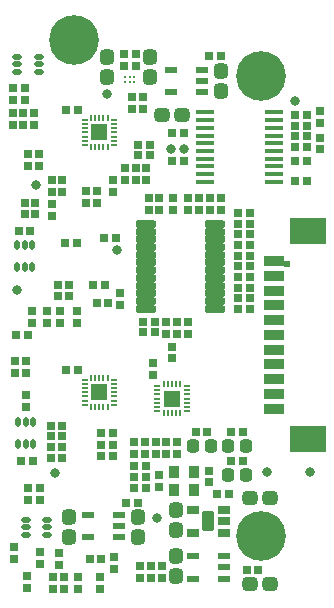
<source format=gbr>
G04*
G04 #@! TF.GenerationSoftware,Altium Limited,Altium Designer,24.9.1 (31)*
G04*
G04 Layer_Color=8388736*
%FSLAX44Y44*%
%MOMM*%
G71*
G04*
G04 #@! TF.SameCoordinates,F6C7D1B7-5E70-41A8-93A8-01C2B61895AE*
G04*
G04*
G04 #@! TF.FilePolarity,Negative*
G04*
G01*
G75*
%ADD17C,0.2000*%
G04:AMPARAMS|DCode=18|XSize=1.5mm|YSize=0.4mm|CornerRadius=0.1mm|HoleSize=0mm|Usage=FLASHONLY|Rotation=0.000|XOffset=0mm|YOffset=0mm|HoleType=Round|Shape=RoundedRectangle|*
%AMROUNDEDRECTD18*
21,1,1.5000,0.2000,0,0,0.0*
21,1,1.3000,0.4000,0,0,0.0*
1,1,0.2000,0.6500,-0.1000*
1,1,0.2000,-0.6500,-0.1000*
1,1,0.2000,-0.6500,0.1000*
1,1,0.2000,0.6500,0.1000*
%
%ADD18ROUNDEDRECTD18*%
G04:AMPARAMS|DCode=20|XSize=1.1mm|YSize=0.6mm|CornerRadius=0.05mm|HoleSize=0mm|Usage=FLASHONLY|Rotation=180.000|XOffset=0mm|YOffset=0mm|HoleType=Round|Shape=RoundedRectangle|*
%AMROUNDEDRECTD20*
21,1,1.1000,0.5000,0,0,180.0*
21,1,1.0000,0.6000,0,0,180.0*
1,1,0.1000,-0.5000,0.2500*
1,1,0.1000,0.5000,0.2500*
1,1,0.1000,0.5000,-0.2500*
1,1,0.1000,-0.5000,-0.2500*
%
%ADD20ROUNDEDRECTD20*%
G04:AMPARAMS|DCode=21|XSize=0.975mm|YSize=1.7mm|CornerRadius=0.05mm|HoleSize=0mm|Usage=FLASHONLY|Rotation=180.000|XOffset=0mm|YOffset=0mm|HoleType=Round|Shape=RoundedRectangle|*
%AMROUNDEDRECTD21*
21,1,0.9750,1.6000,0,0,180.0*
21,1,0.8750,1.7000,0,0,180.0*
1,1,0.1000,-0.4375,0.8000*
1,1,0.1000,0.4375,0.8000*
1,1,0.1000,0.4375,-0.8000*
1,1,0.1000,-0.4375,-0.8000*
%
%ADD21ROUNDEDRECTD21*%
%ADD22R,1.1000X0.6000*%
%ADD24R,0.1778X0.6096*%
%ADD25R,0.6096X0.1778*%
%ADD26R,1.4478X1.4478*%
G04:AMPARAMS|DCode=32|XSize=1.3032mm|YSize=1.2032mm|CornerRadius=0.3516mm|HoleSize=0mm|Usage=FLASHONLY|Rotation=180.000|XOffset=0mm|YOffset=0mm|HoleType=Round|Shape=RoundedRectangle|*
%AMROUNDEDRECTD32*
21,1,1.3032,0.5000,0,0,180.0*
21,1,0.6000,1.2032,0,0,180.0*
1,1,0.7032,-0.3000,0.2500*
1,1,0.7032,0.3000,0.2500*
1,1,0.7032,0.3000,-0.2500*
1,1,0.7032,-0.3000,-0.2500*
%
%ADD32ROUNDEDRECTD32*%
G04:AMPARAMS|DCode=33|XSize=0.75mm|YSize=0.7mm|CornerRadius=0.2mm|HoleSize=0mm|Usage=FLASHONLY|Rotation=180.000|XOffset=0mm|YOffset=0mm|HoleType=Round|Shape=RoundedRectangle|*
%AMROUNDEDRECTD33*
21,1,0.7500,0.3000,0,0,180.0*
21,1,0.3500,0.7000,0,0,180.0*
1,1,0.4000,-0.1750,0.1500*
1,1,0.4000,0.1750,0.1500*
1,1,0.4000,0.1750,-0.1500*
1,1,0.4000,-0.1750,-0.1500*
%
%ADD33ROUNDEDRECTD33*%
G04:AMPARAMS|DCode=34|XSize=0.75mm|YSize=0.7mm|CornerRadius=0.2mm|HoleSize=0mm|Usage=FLASHONLY|Rotation=90.000|XOffset=0mm|YOffset=0mm|HoleType=Round|Shape=RoundedRectangle|*
%AMROUNDEDRECTD34*
21,1,0.7500,0.3000,0,0,90.0*
21,1,0.3500,0.7000,0,0,90.0*
1,1,0.4000,0.1500,0.1750*
1,1,0.4000,0.1500,-0.1750*
1,1,0.4000,-0.1500,-0.1750*
1,1,0.4000,-0.1500,0.1750*
%
%ADD34ROUNDEDRECTD34*%
G04:AMPARAMS|DCode=35|XSize=1.3032mm|YSize=1.2032mm|CornerRadius=0.3516mm|HoleSize=0mm|Usage=FLASHONLY|Rotation=90.000|XOffset=0mm|YOffset=0mm|HoleType=Round|Shape=RoundedRectangle|*
%AMROUNDEDRECTD35*
21,1,1.3032,0.5000,0,0,90.0*
21,1,0.6000,1.2032,0,0,90.0*
1,1,0.7032,0.2500,0.3000*
1,1,0.7032,0.2500,-0.3000*
1,1,0.7032,-0.2500,-0.3000*
1,1,0.7032,-0.2500,0.3000*
%
%ADD35ROUNDEDRECTD35*%
G04:AMPARAMS|DCode=36|XSize=1.7032mm|YSize=0.6532mm|CornerRadius=0.2141mm|HoleSize=0mm|Usage=FLASHONLY|Rotation=0.000|XOffset=0mm|YOffset=0mm|HoleType=Round|Shape=RoundedRectangle|*
%AMROUNDEDRECTD36*
21,1,1.7032,0.2250,0,0,0.0*
21,1,1.2750,0.6532,0,0,0.0*
1,1,0.4282,0.6375,-0.1125*
1,1,0.4282,-0.6375,-0.1125*
1,1,0.4282,-0.6375,0.1125*
1,1,0.4282,0.6375,0.1125*
%
%ADD36ROUNDEDRECTD36*%
G04:AMPARAMS|DCode=37|XSize=1.1532mm|YSize=1.0532mm|CornerRadius=0.3141mm|HoleSize=0mm|Usage=FLASHONLY|Rotation=90.000|XOffset=0mm|YOffset=0mm|HoleType=Round|Shape=RoundedRectangle|*
%AMROUNDEDRECTD37*
21,1,1.1532,0.4250,0,0,90.0*
21,1,0.5250,1.0532,0,0,90.0*
1,1,0.6282,0.2125,0.2625*
1,1,0.6282,0.2125,-0.2625*
1,1,0.6282,-0.2125,-0.2625*
1,1,0.6282,-0.2125,0.2625*
%
%ADD37ROUNDEDRECTD37*%
G04:AMPARAMS|DCode=38|XSize=0.5032mm|YSize=0.8632mm|CornerRadius=0.1766mm|HoleSize=0mm|Usage=FLASHONLY|Rotation=270.000|XOffset=0mm|YOffset=0mm|HoleType=Round|Shape=RoundedRectangle|*
%AMROUNDEDRECTD38*
21,1,0.5032,0.5100,0,0,270.0*
21,1,0.1500,0.8632,0,0,270.0*
1,1,0.3532,-0.2550,-0.0750*
1,1,0.3532,-0.2550,0.0750*
1,1,0.3532,0.2550,0.0750*
1,1,0.3532,0.2550,-0.0750*
%
%ADD38ROUNDEDRECTD38*%
G04:AMPARAMS|DCode=39|XSize=0.5032mm|YSize=0.8632mm|CornerRadius=0.1766mm|HoleSize=0mm|Usage=FLASHONLY|Rotation=0.000|XOffset=0mm|YOffset=0mm|HoleType=Round|Shape=RoundedRectangle|*
%AMROUNDEDRECTD39*
21,1,0.5032,0.5100,0,0,0.0*
21,1,0.1500,0.8632,0,0,0.0*
1,1,0.3532,0.0750,-0.2550*
1,1,0.3532,-0.0750,-0.2550*
1,1,0.3532,-0.0750,0.2550*
1,1,0.3532,0.0750,0.2550*
%
%ADD39ROUNDEDRECTD39*%
%ADD40R,0.8532X1.0532*%
%ADD41R,1.7524X0.9524*%
%ADD42R,3.1524X2.2524*%
%ADD43C,0.8000*%
%ADD44C,4.2032*%
%ADD45C,0.6032*%
D17*
X104000Y438000D02*
D03*
X100000Y434000D02*
D03*
X104000D02*
D03*
X100000Y438000D02*
D03*
X108000D02*
D03*
Y434000D02*
D03*
D18*
X226000Y408250D02*
D03*
Y401750D02*
D03*
Y395250D02*
D03*
Y388750D02*
D03*
Y382250D02*
D03*
Y375750D02*
D03*
Y369250D02*
D03*
Y362750D02*
D03*
Y356250D02*
D03*
Y349750D02*
D03*
X168000Y356250D02*
D03*
Y362750D02*
D03*
Y369250D02*
D03*
Y375750D02*
D03*
Y382250D02*
D03*
Y388750D02*
D03*
Y349750D02*
D03*
Y395250D02*
D03*
Y401750D02*
D03*
Y408250D02*
D03*
D20*
X184000Y71500D02*
D03*
X158000D02*
D03*
Y52500D02*
D03*
X184000D02*
D03*
Y62000D02*
D03*
D21*
X170375D02*
D03*
D22*
X165000Y435000D02*
D03*
X184000Y23000D02*
D03*
X95000Y58000D02*
D03*
X184000Y13500D02*
D03*
X95000Y48500D02*
D03*
X165000Y425500D02*
D03*
X158000Y13500D02*
D03*
X139000Y425500D02*
D03*
Y444500D02*
D03*
X165000D02*
D03*
X158000Y32500D02*
D03*
X184000D02*
D03*
X95000Y67500D02*
D03*
X69000D02*
D03*
Y48500D02*
D03*
D24*
X147000Y153500D02*
D03*
X85300Y158800D02*
D03*
Y378800D02*
D03*
Y403800D02*
D03*
Y183800D02*
D03*
X147000Y178500D02*
D03*
X71300Y183800D02*
D03*
X74800D02*
D03*
X78300D02*
D03*
X81800D02*
D03*
Y158800D02*
D03*
X78300D02*
D03*
X74800D02*
D03*
X71300D02*
D03*
X133000Y178500D02*
D03*
X136500D02*
D03*
X140000D02*
D03*
X143500D02*
D03*
Y153500D02*
D03*
X140000D02*
D03*
X136500D02*
D03*
X133000D02*
D03*
X71300Y403800D02*
D03*
X74800D02*
D03*
X78300D02*
D03*
X81800D02*
D03*
Y378800D02*
D03*
X78300D02*
D03*
X74800D02*
D03*
X71300D02*
D03*
D25*
X152500Y166000D02*
D03*
X127500D02*
D03*
Y155500D02*
D03*
X90800Y171300D02*
D03*
X65800D02*
D03*
Y160800D02*
D03*
X90800Y391300D02*
D03*
X65800D02*
D03*
Y380800D02*
D03*
X127500Y176500D02*
D03*
X65800Y181800D02*
D03*
Y401800D02*
D03*
Y164300D02*
D03*
Y167800D02*
D03*
Y174800D02*
D03*
Y178300D02*
D03*
X90800Y181800D02*
D03*
Y178300D02*
D03*
Y174800D02*
D03*
Y167800D02*
D03*
Y164300D02*
D03*
Y160800D02*
D03*
X127500Y159000D02*
D03*
Y162500D02*
D03*
Y169500D02*
D03*
Y173000D02*
D03*
X152500Y176500D02*
D03*
Y173000D02*
D03*
Y169500D02*
D03*
Y162500D02*
D03*
Y159000D02*
D03*
Y155500D02*
D03*
X65800Y384300D02*
D03*
Y387800D02*
D03*
Y394800D02*
D03*
Y398300D02*
D03*
X90800Y401800D02*
D03*
Y398300D02*
D03*
Y394800D02*
D03*
Y387800D02*
D03*
Y384300D02*
D03*
Y380800D02*
D03*
D26*
X140000Y166000D02*
D03*
X78300Y171300D02*
D03*
Y391300D02*
D03*
D32*
X148500Y406000D02*
D03*
X131500D02*
D03*
X205500Y82000D02*
D03*
X222500D02*
D03*
Y9000D02*
D03*
X205500D02*
D03*
D33*
X12000Y113000D02*
D03*
X22000D02*
D03*
X188000Y85000D02*
D03*
X178000D02*
D03*
X171000Y456000D02*
D03*
X181000D02*
D03*
X111000Y78000D02*
D03*
X101000D02*
D03*
X213000Y21000D02*
D03*
X203000D02*
D03*
X140000Y391000D02*
D03*
X150000D02*
D03*
X80000Y117000D02*
D03*
X90000D02*
D03*
X140000Y367000D02*
D03*
X150000D02*
D03*
X53000Y262000D02*
D03*
X43000D02*
D03*
X83250D02*
D03*
X73250D02*
D03*
X244000Y350000D02*
D03*
X254000D02*
D03*
X254000Y367000D02*
D03*
X244000D02*
D03*
X254000Y379000D02*
D03*
X244000D02*
D03*
X90000Y126600D02*
D03*
X80000D02*
D03*
X200000Y113000D02*
D03*
X190000D02*
D03*
X159750Y138000D02*
D03*
X169750D02*
D03*
X190000Y138000D02*
D03*
X200000D02*
D03*
X206000Y242000D02*
D03*
X196000D02*
D03*
Y251000D02*
D03*
X206000D02*
D03*
Y269000D02*
D03*
X196000D02*
D03*
Y278000D02*
D03*
X206000D02*
D03*
Y305000D02*
D03*
X196000D02*
D03*
Y314000D02*
D03*
X206000D02*
D03*
Y260000D02*
D03*
X196000D02*
D03*
Y287000D02*
D03*
X206000D02*
D03*
Y296000D02*
D03*
X196000D02*
D03*
Y323000D02*
D03*
X206000D02*
D03*
X244000Y397000D02*
D03*
X254000D02*
D03*
Y388000D02*
D03*
X244000D02*
D03*
X18000Y220000D02*
D03*
X8000D02*
D03*
X118000Y100000D02*
D03*
X108000D02*
D03*
X118000Y109000D02*
D03*
X108000D02*
D03*
X37000Y134000D02*
D03*
X47000D02*
D03*
X125250Y231000D02*
D03*
X115250D02*
D03*
X125250Y222000D02*
D03*
X115250D02*
D03*
X47000Y125000D02*
D03*
X37000D02*
D03*
X59000Y298000D02*
D03*
X49000D02*
D03*
X111000Y381000D02*
D03*
X121000D02*
D03*
X37000Y116000D02*
D03*
X47000D02*
D03*
X111000Y372000D02*
D03*
X121000D02*
D03*
X118000Y90000D02*
D03*
X108000D02*
D03*
X80000Y30000D02*
D03*
X70000D02*
D03*
X47000Y143000D02*
D03*
X37000D02*
D03*
X90000Y137000D02*
D03*
X80000D02*
D03*
X76000Y247000D02*
D03*
X86000D02*
D03*
X53000Y253000D02*
D03*
X43000D02*
D03*
X92000Y302000D02*
D03*
X82000D02*
D03*
X60000Y410000D02*
D03*
X50000D02*
D03*
Y190000D02*
D03*
X60000D02*
D03*
X10000Y308000D02*
D03*
X20000D02*
D03*
X244000Y406000D02*
D03*
X254000D02*
D03*
D34*
X24000Y322000D02*
D03*
Y332000D02*
D03*
X15000Y419000D02*
D03*
Y429000D02*
D03*
X171000Y105000D02*
D03*
Y95000D02*
D03*
X99000Y448000D02*
D03*
Y458000D02*
D03*
X265000Y409250D02*
D03*
Y399250D02*
D03*
Y387000D02*
D03*
Y377000D02*
D03*
X60000Y5000D02*
D03*
Y15000D02*
D03*
X79000D02*
D03*
Y5000D02*
D03*
X76000Y332000D02*
D03*
Y342000D02*
D03*
X67000D02*
D03*
Y332000D02*
D03*
X129000Y326000D02*
D03*
Y336000D02*
D03*
X172000D02*
D03*
Y326000D02*
D03*
X163000D02*
D03*
Y336000D02*
D03*
X153000Y326000D02*
D03*
Y336000D02*
D03*
X18000Y80000D02*
D03*
Y90000D02*
D03*
X44000Y25000D02*
D03*
Y35000D02*
D03*
X131000Y24000D02*
D03*
Y14000D02*
D03*
X17000Y16000D02*
D03*
Y6000D02*
D03*
X7000Y198000D02*
D03*
Y188000D02*
D03*
X144000Y129000D02*
D03*
Y119000D02*
D03*
X45000Y230000D02*
D03*
Y240000D02*
D03*
X15000Y322000D02*
D03*
Y332000D02*
D03*
X120000Y336000D02*
D03*
Y326000D02*
D03*
X21000Y240000D02*
D03*
Y230000D02*
D03*
X153000Y231000D02*
D03*
Y221000D02*
D03*
X14000Y398000D02*
D03*
Y408000D02*
D03*
X5000D02*
D03*
Y398000D02*
D03*
X18000Y363000D02*
D03*
Y373000D02*
D03*
X47000Y341000D02*
D03*
Y351000D02*
D03*
X106000Y421000D02*
D03*
Y411000D02*
D03*
X117000Y129000D02*
D03*
Y119000D02*
D03*
X108000D02*
D03*
Y129000D02*
D03*
X144000Y231000D02*
D03*
Y221000D02*
D03*
X34000Y230000D02*
D03*
Y240000D02*
D03*
X59000D02*
D03*
Y230000D02*
D03*
X96000Y255000D02*
D03*
Y245000D02*
D03*
X38000Y351000D02*
D03*
Y341000D02*
D03*
X109000Y351000D02*
D03*
Y361000D02*
D03*
X100000D02*
D03*
Y351000D02*
D03*
X135000Y129000D02*
D03*
Y119000D02*
D03*
X28000Y90000D02*
D03*
Y80000D02*
D03*
X113000Y14000D02*
D03*
Y24000D02*
D03*
X28300Y36300D02*
D03*
Y26300D02*
D03*
X126000Y119000D02*
D03*
Y129000D02*
D03*
X16000Y188000D02*
D03*
Y198000D02*
D03*
X140000Y200000D02*
D03*
Y210000D02*
D03*
X135000Y221000D02*
D03*
Y231000D02*
D03*
X23000Y398000D02*
D03*
Y408000D02*
D03*
X27000Y373000D02*
D03*
Y363000D02*
D03*
X118000Y361000D02*
D03*
Y351000D02*
D03*
X90000Y341000D02*
D03*
Y351000D02*
D03*
X39000Y15000D02*
D03*
Y5000D02*
D03*
X91000Y32000D02*
D03*
Y22000D02*
D03*
X48000Y15000D02*
D03*
Y5000D02*
D03*
X122000Y14000D02*
D03*
Y24000D02*
D03*
X124000Y186000D02*
D03*
Y196000D02*
D03*
X115000Y421000D02*
D03*
Y411000D02*
D03*
X129000Y101000D02*
D03*
Y91000D02*
D03*
X16000Y159000D02*
D03*
Y169000D02*
D03*
X6000Y30000D02*
D03*
Y40000D02*
D03*
X5000Y429000D02*
D03*
Y419000D02*
D03*
X141000Y326000D02*
D03*
Y336000D02*
D03*
X181000D02*
D03*
Y326000D02*
D03*
X109000Y458000D02*
D03*
Y448000D02*
D03*
X38000Y320972D02*
D03*
Y330972D02*
D03*
D35*
X121000Y438500D02*
D03*
Y455500D02*
D03*
X85000Y438500D02*
D03*
Y455500D02*
D03*
X181000Y426500D02*
D03*
Y443500D02*
D03*
X143000Y54500D02*
D03*
Y71500D02*
D03*
X53000Y65500D02*
D03*
X143000Y32500D02*
D03*
X111000Y65500D02*
D03*
Y48500D02*
D03*
X143000Y15500D02*
D03*
X53000Y48500D02*
D03*
D36*
X176000Y313750D02*
D03*
X118000Y300750D02*
D03*
Y294250D02*
D03*
Y287750D02*
D03*
Y281250D02*
D03*
Y274750D02*
D03*
Y268250D02*
D03*
Y261750D02*
D03*
Y255250D02*
D03*
Y248750D02*
D03*
X176000Y242250D02*
D03*
Y248750D02*
D03*
Y255250D02*
D03*
Y261750D02*
D03*
Y268250D02*
D03*
Y274750D02*
D03*
Y281250D02*
D03*
Y287750D02*
D03*
Y300750D02*
D03*
Y307250D02*
D03*
X118000Y313750D02*
D03*
Y307250D02*
D03*
X176000Y294250D02*
D03*
X118000Y242250D02*
D03*
D37*
X157250Y126000D02*
D03*
X202750D02*
D03*
X187250Y101000D02*
D03*
X172750Y126000D02*
D03*
X187250D02*
D03*
X202750Y101000D02*
D03*
D38*
X8800Y442500D02*
D03*
Y449000D02*
D03*
X34200Y57000D02*
D03*
Y63500D02*
D03*
X15800Y50500D02*
D03*
X27200Y449000D02*
D03*
X15800Y57000D02*
D03*
X27200Y455500D02*
D03*
X8800D02*
D03*
X27200Y442500D02*
D03*
X15800Y63500D02*
D03*
X34200Y50500D02*
D03*
D39*
X16000Y127800D02*
D03*
X22500D02*
D03*
X15000Y277800D02*
D03*
X21500D02*
D03*
X16000Y146200D02*
D03*
X15000Y296200D02*
D03*
X9500Y146200D02*
D03*
X8500Y296200D02*
D03*
X22500Y146200D02*
D03*
X9500Y127800D02*
D03*
X21500Y296200D02*
D03*
X8500Y277800D02*
D03*
D40*
X158250Y88250D02*
D03*
X141750D02*
D03*
Y103750D02*
D03*
X158250D02*
D03*
D41*
X226000Y232500D02*
D03*
Y270000D02*
D03*
Y282500D02*
D03*
Y245000D02*
D03*
Y257500D02*
D03*
Y157500D02*
D03*
Y170000D02*
D03*
Y182500D02*
D03*
Y195000D02*
D03*
Y207500D02*
D03*
Y220000D02*
D03*
D42*
X255000Y132000D02*
D03*
Y308000D02*
D03*
D43*
X257000Y104000D02*
D03*
X9000Y258000D02*
D03*
X41000Y103000D02*
D03*
X220000Y104000D02*
D03*
X127000Y65000D02*
D03*
X85000Y424000D02*
D03*
X93000Y292000D02*
D03*
X150000Y377000D02*
D03*
X139000D02*
D03*
X25000Y347000D02*
D03*
X244000Y418000D02*
D03*
D44*
X215000Y439000D02*
D03*
X57000Y470000D02*
D03*
X215000Y50000D02*
D03*
D45*
X237084Y279702D02*
D03*
M02*

</source>
